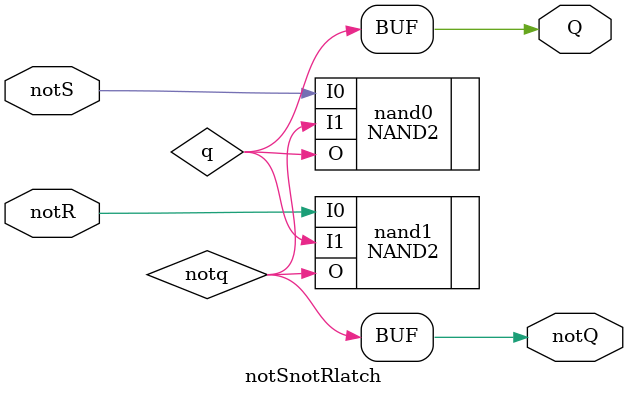
<source format=v>
`timescale 1ns / 1ps
module notSnotRlatch(
    input notS,
    input notR,
    output Q,
    output notQ
    );
	 
	wire q, notq;
	
	NAND2 nand0(.I0(notS), .I1(notq), .O(q));
	NAND2 nand1(.I0(notR), .I1(q), .O(notq));
	
	assign Q=q;
	assign notQ=notq;

endmodule

</source>
